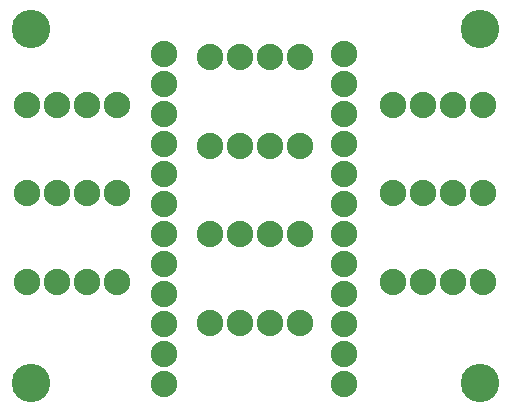
<source format=gts>
G04 MADE WITH FRITZING*
G04 WWW.FRITZING.ORG*
G04 DOUBLE SIDED*
G04 HOLES PLATED*
G04 CONTOUR ON CENTER OF CONTOUR VECTOR*
%ASAXBY*%
%FSLAX23Y23*%
%MOIN*%
%OFA0B0*%
%SFA1.0B1.0*%
%ADD10C,0.128110*%
%ADD11C,0.088000*%
%LNMASK1*%
G90*
G70*
G54D10*
X1633Y1389D03*
X137Y1389D03*
X137Y208D03*
X1633Y208D03*
G54D11*
X1180Y1304D03*
X1180Y1204D03*
X1180Y1104D03*
X1180Y1004D03*
X1180Y904D03*
X1180Y804D03*
X1180Y704D03*
X1180Y604D03*
X1180Y504D03*
X1180Y404D03*
X1180Y304D03*
X1180Y204D03*
X580Y1304D03*
X580Y1204D03*
X580Y1104D03*
X580Y1004D03*
X580Y904D03*
X580Y804D03*
X580Y704D03*
X580Y604D03*
X580Y504D03*
X580Y404D03*
X580Y304D03*
X580Y204D03*
X732Y407D03*
X832Y407D03*
X932Y407D03*
X1032Y407D03*
X121Y1136D03*
X221Y1136D03*
X321Y1136D03*
X421Y1136D03*
X1342Y1136D03*
X1442Y1136D03*
X1542Y1136D03*
X1642Y1136D03*
X732Y998D03*
X832Y998D03*
X932Y998D03*
X1032Y998D03*
X732Y703D03*
X832Y703D03*
X932Y703D03*
X1032Y703D03*
X121Y545D03*
X221Y545D03*
X321Y545D03*
X421Y545D03*
X1342Y545D03*
X1442Y545D03*
X1542Y545D03*
X1642Y545D03*
X121Y841D03*
X221Y841D03*
X321Y841D03*
X421Y841D03*
X1342Y841D03*
X1442Y841D03*
X1542Y841D03*
X1642Y841D03*
X732Y1293D03*
X832Y1293D03*
X932Y1293D03*
X1032Y1293D03*
G04 End of Mask1*
M02*
</source>
